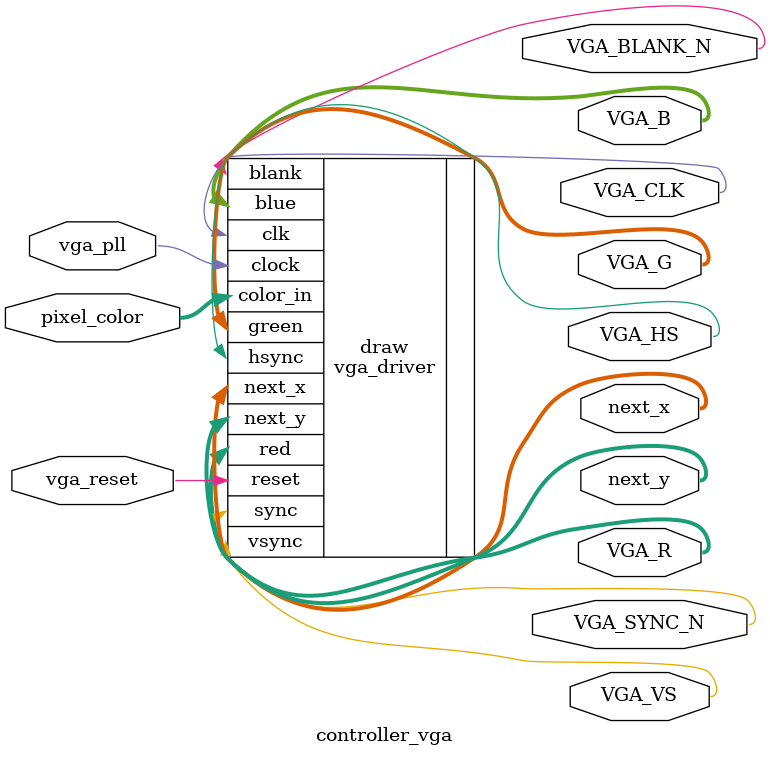
<source format=sv>
module controller_vga (
    // Define your module inputs and outputs here
    // Make sure to include connections for VGA signals if needed
    input wire vga_pll,
    input wire vga_reset,
    input wire [7:0] pixel_color,
    output wire [9:0] next_x,
    output wire [9:0] next_y,
    output wire VGA_HS,
    output wire VGA_VS,
    output wire [7:0] VGA_R,
    output wire [7:0] VGA_G,
    output wire [7:0] VGA_B,
    output wire VGA_SYNC_N,
    output wire VGA_CLK,
    output wire VGA_BLANK_N
);

    // Instantiate VGA driver
    vga_driver draw (
        .clock(vga_pll),        // 25 MHz PLL
        .reset(vga_reset),      // Active high reset, manipulated by instantiating module
        .color_in(pixel_color), // Pixel color (RRRGGGBB) for pixel being drawn
        .next_x(next_x),        // X-coordinate (range [0, 639]) of next pixel to be drawn
        .next_y(next_y),        // Y-coordinate (range [0, 479]) of next pixel to be drawn
        .hsync(VGA_HS),         // All of the connections to the VGA screen below
        .vsync(VGA_VS),
        .red(VGA_R),
        .green(VGA_G),
        .blue(VGA_B),
        .sync(VGA_SYNC_N),
        .clk(VGA_CLK),
        .blank(VGA_BLANK_N)
    );

    // Placeholder logic
    // Here, you can add your module's specific logic

    // Example: Pass through VGA inputs to outputs
    assign VGA_HS = VGA_HS;
    assign VGA_VS = VGA_VS;
    assign VGA_R = VGA_R;
    assign VGA_G = VGA_G;
    assign VGA_B = VGA_B;
    assign VGA_SYNC_N = VGA_SYNC_N;
    assign VGA_CLK = VGA_CLK;
    assign VGA_BLANK_N = VGA_BLANK_N;

endmodule

</source>
